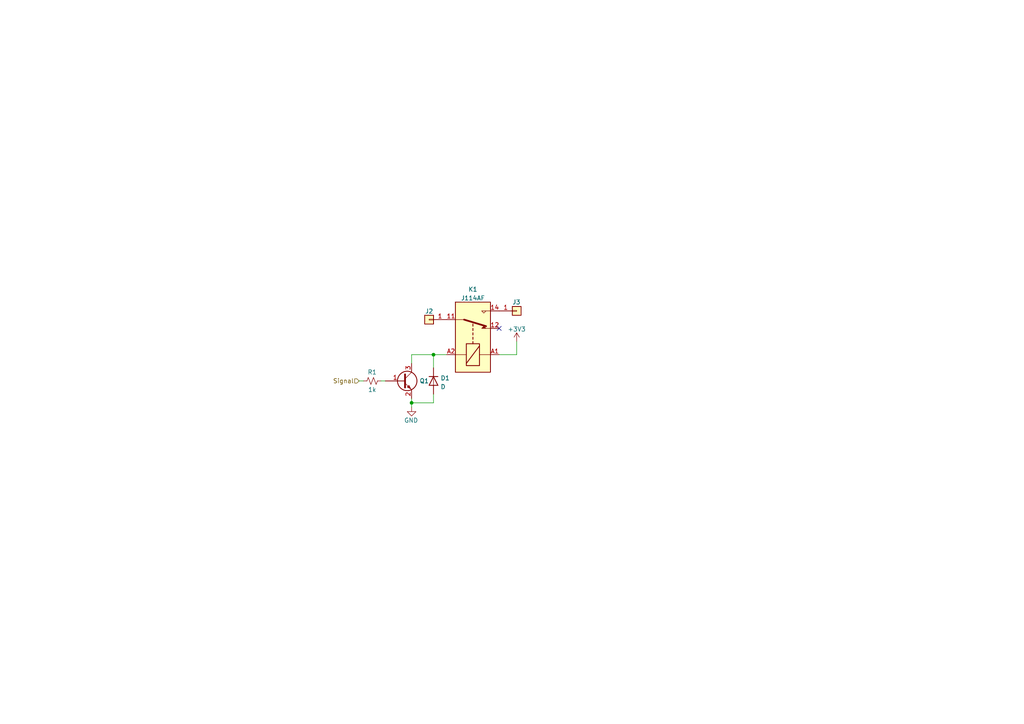
<source format=kicad_sch>
(kicad_sch (version 20211123) (generator eeschema)
  (paper "A4")
  (lib_symbols
    (symbol "Connector_Generic:Conn_01x01" (pin_names (offset 1.016) hide)
      (property "Reference" "J" (at 0 2.54 0))
      (property "Value" "Conn_01x01" (at 0 -2.54 0))
      (symbol "Conn_01x01_1_1"
        (rectangle (start -1.27 0.127) (end 0 -0.127) (stroke (width 0.1524)))
        (rectangle (start -1.27 1.27) (end 1.27 -1.27) (stroke (width 0.254)) (fill (type background)))
        (pin passive line (at -5.08 0 0) (length 3.81) (name "Pin_1") (number "1"))
      )
    )
    (symbol "Device:D" (pin_numbers hide) (pin_names (offset 1.016) hide)
      (property "Reference" "D" (at 0 2.54 0))
      (property "Value" "D" (at 0 -2.54 0))
      (symbol "D_0_1"
        (polyline (pts (xy -1.27 1.27) (xy -1.27 -1.27)) (stroke (width 0.254)))
        (polyline (pts (xy 1.27 0) (xy -1.27 0)))
        (polyline (pts (xy 1.27 1.27) (xy 1.27 -1.27) (xy -1.27 0) (xy 1.27 1.27)) (stroke (width 0.254)))
      )
      (symbol "D_1_1"
        (pin passive line (at -3.81 0 0) (length 2.54) (name "K") (number "1"))
        (pin passive line (at 3.81 0 180) (length 2.54) (name "A") (number "2"))
      )
    )
    (symbol "Device:R_Small_US" (pin_numbers hide) (pin_names (offset 0.254) hide)
      (property "Reference" "R" (at 0.762 0.508 0))
      (property "Value" "R_Small_US" (at 0.762 -1.016 0))
      (symbol "R_Small_US_1_1"
        (polyline (pts (xy 0 0) (xy 1.016 -0.381) (xy 0 -0.762) (xy -1.016 -1.143) (xy 0 -1.524)))
        (polyline (pts (xy 0 1.524) (xy 1.016 1.143) (xy 0 0.762) (xy -1.016 0.381) (xy 0 0)))
        (pin passive line (at 0 2.54 270) (length 1.016) (name "~") (number "1"))
        (pin passive line (at 0 -2.54 90) (length 1.016) (name "~") (number "2"))
      )
    )
    (symbol "Relay:FINDER-32.21-x000"
      (property "Reference" "K" (at 11.43 3.81 0))
      (property "Value" "FINDER-32.21-x000" (at 11.43 1.27 0))
      (symbol "FINDER-32.21-x000_0_0"
        (polyline (pts (xy 2.54 5.08) (xy 2.54 2.54) (xy 3.175 3.175) (xy 2.54 3.81)) (fill (type outline)))
        (polyline (pts (xy 7.62 5.08) (xy 7.62 2.54) (xy 6.985 3.175) (xy 7.62 3.81)))
      )
      (symbol "FINDER-32.21-x000_0_1"
        (rectangle (start -10.16 5.08) (end 10.16 -5.08) (stroke (width 0.254)) (fill (type background)))
        (rectangle (start -8.255 1.905) (end -1.905 -1.905) (stroke (width 0.254)))
        (polyline (pts (xy -7.62 -1.905) (xy -2.54 1.905)) (stroke (width 0.254)))
        (polyline (pts (xy -5.08 -5.08) (xy -5.08 -1.905)))
        (polyline (pts (xy -5.08 5.08) (xy -5.08 1.905)))
        (polyline (pts (xy -1.905 0) (xy -1.27 0)) (stroke (width 0.254)))
        (polyline (pts (xy -0.635 0) (xy 0 0)) (stroke (width 0.254)))
        (polyline (pts (xy 0.635 0) (xy 1.27 0)) (stroke (width 0.254)))
        (polyline (pts (xy 1.905 0) (xy 2.54 0)) (stroke (width 0.254)))
        (polyline (pts (xy 3.175 0) (xy 3.81 0)) (stroke (width 0.254)))
        (polyline (pts (xy 5.08 -2.54) (xy 3.175 3.81)) (stroke (width 0.508)))
        (polyline (pts (xy 5.08 -2.54) (xy 5.08 -5.08)))
      )
      (symbol "FINDER-32.21-x000_1_1"
        (pin passive line (at 5.08 -7.62 90) (length 2.54) (name "~") (number "11"))
        (pin passive line (at 2.54 7.62 270) (length 2.54) (name "~") (number "12"))
        (pin passive line (at 7.62 7.62 270) (length 2.54) (name "~") (number "14"))
        (pin passive line (at -5.08 7.62 270) (length 2.54) (name "~") (number "A1"))
        (pin passive line (at -5.08 -7.62 90) (length 2.54) (name "~") (number "A2"))
      )
    )
    (symbol "TempControl-rescue:Transistor_BJT_2N3055" (pin_names (offset 0) hide)
      (property "Reference" "Q" (at 5.08 1.905 0))
      (property "Value" "Transistor_BJT_2N3055" (at 5.08 0 0))
      (symbol "Transistor_BJT_2N3055_0_1"
        (polyline (pts (xy 0.635 0.635) (xy 2.54 2.54)))
        (polyline (pts (xy 0.635 -0.635) (xy 2.54 -2.54) (xy 2.54 -2.54)))
        (polyline (pts (xy 0.635 1.905) (xy 0.635 -1.905) (xy 0.635 -1.905)) (stroke (width 0.508)))
        (polyline (pts (xy 1.27 -1.778) (xy 1.778 -1.27) (xy 2.286 -2.286) (xy 1.27 -1.778) (xy 1.27 -1.778)) (fill (type outline)))
        (circle (center 1.27 0) (radius 2.8194) (stroke (width 0.254)))
      )
      (symbol "Transistor_BJT_2N3055_1_1"
        (pin input line (at -5.08 0 0) (length 5.715) (name "B") (number "1"))
        (pin passive line (at 2.54 -5.08 90) (length 2.54) (name "E") (number "2"))
        (pin passive line (at 2.54 5.08 270) (length 2.54) (name "C") (number "3"))
      )
    )
    (symbol "TempControl-rescue:power_GND" (power) (pin_names (offset 0))
      (property "Value" "power_GND" (at 0 -3.81 0))
      (symbol "power_GND_0_1"
        (polyline (pts (xy 0 0) (xy 0 -1.27) (xy 1.27 -1.27) (xy 0 -2.54) (xy -1.27 -1.27) (xy 0 -1.27)))
      )
      (symbol "power_GND_1_1"
        (pin power_in line (at 0 0 270) (length 0) hide (name "GND") (number "1"))
      )
    )
    (symbol "power:+3V3" (power) (pin_names (offset 0))
      (property "Value" "+3V3" (at 0 3.556 0))
      (symbol "+3V3_0_1"
        (polyline (pts (xy -0.762 1.27) (xy 0 2.54)))
        (polyline (pts (xy 0 0) (xy 0 2.54)))
        (polyline (pts (xy 0 2.54) (xy 0.762 1.27)))
      )
      (symbol "+3V3_1_1"
        (pin power_in line (at 0 0 90) (length 0) hide (name "+3V3") (number "1"))
      )
    )
  )
  (junction (at 119.38 116.84))
  (junction (at 125.73 102.87))
  (no_connect (at 144.78 95.25))
  (wire (pts (xy 119.38 115.57) (xy 119.38 116.84)))
  (wire (pts (xy 119.38 116.84) (xy 125.73 116.84)))
  (wire (pts (xy 104.14 110.49) (xy 105.41 110.49)))
  (wire (pts (xy 119.38 116.84) (xy 119.38 118.11)))
  (wire (pts (xy 129.54 102.87) (xy 125.73 102.87)))
  (wire (pts (xy 125.73 114.3) (xy 125.73 116.84)))
  (wire (pts (xy 149.86 102.87) (xy 149.86 99.06)))
  (wire (pts (xy 119.38 102.87) (xy 125.73 102.87)))
  (wire (pts (xy 119.38 105.41) (xy 119.38 102.87)))
  (wire (pts (xy 144.78 102.87) (xy 149.86 102.87)))
  (wire (pts (xy 125.73 102.87) (xy 125.73 106.68)))
  (wire (pts (xy 110.49 110.49) (xy 111.76 110.49)))
  (hierarchical_label "Signal" (shape input) (at 104.14 110.49 180))
  (symbol (lib_id "Device:R_Small_US") (at 107.95 110.49 90) (unit 1)
    (property "Reference" "R1" (at 107.95 107.95 90))
    (property "Value" "1k" (at 107.95 113.03 90))
    (property "Footprint" "Resistor_SMD:R_0603_1608Metric" (effects hide))
  )
  (symbol (lib_id "Connector_Generic:Conn_01x01") (at 124.46 92.71 180) (unit 1)
    (property "Reference" "J2" (at 124.46 90.2772 0))
    (property "Value" "Conn_01x01" (effects hide))
    (property "Footprint" "lib:QuickConnect_0.25" (effects hide))
  )
  (symbol (lib_id "Connector_Generic:Conn_01x01") (at 149.86 90.17 0) (unit 1)
    (property "Reference" "J3" (at 148.59 87.63 0) (effects (justify left)))
    (property "Value" "Conn_01x01" (effects hide))
    (property "Footprint" "lib:QuickConnect_0.25" (effects hide))
  )
  (symbol (lib_id "Device:D") (at 125.73 110.49 270) (unit 1)
    (property "Reference" "D1" (at 127.762 109.6553 90) (effects (justify left)))
    (property "Value" "D" (at 127.762 112.1922 90) (effects (justify left)))
    (property "Footprint" "Diode_SMD:D_SMA" (effects hide))
    (property "Datasheet" "https://www.smc-diodes.com/propdf/S1A-S1M%20N0560%20REV.B.pdf" (effects hide))
    (property "Manufacturer" "SMC Diode Solutions" (effects hide))
    (property "Part Number Digikey" "1655-S1MCT-ND" (effects hide))
    (property "Part Number Manufacturer" "S1M" (effects hide))
  )
  (symbol (lib_id "TempControl-rescue:power_GND") (at 119.38 118.11 0) (unit 1)
    (property "Reference" "#PWR04" (effects hide))
    (property "Value" "GND" (at 121.285 121.92 0) (effects (justify right)))
  )
  (symbol (lib_id "Relay:FINDER-32.21-x000") (at 137.16 97.79 270) (mirror x) (unit 1)
    (property "Reference" "K1" (at 137.16 83.9302 90))
    (property "Value" "J114AF" (at 137.16 86.4671 90))
    (property "Footprint" "lib:J114AF1C" (effects hide))
    (property "Datasheet" "https://www.citrelay.com/Catalog%20Pages/RelayCatalog/J114AF.pdf" (effects hide))
    (property "Part Number Digikey" "2449-J114AF1CS3VDC.53-ND" (effects hide))
    (property "Part Number Manufacturer" "J114AF1CS3VDC.53" (effects hide))
    (property "Manufacturer" "CIT Relay and Switch" (effects hide))
  )
  (symbol (lib_id "power:+3V3") (at 149.86 99.06 0) (unit 1)
    (property "Reference" "#PWR05" (effects hide))
    (property "Value" "+3V3" (at 149.86 95.4842 0))
  )
  (symbol (lib_id "TempControl-rescue:Transistor_BJT_2N3055") (at 116.84 110.49 0) (unit 1)
    (property "Reference" "Q1" (at 121.666 110.49 0) (effects (justify left)))
    (property "Value" "NPN" (effects hide))
    (property "Footprint" "Package_TO_SOT_SMD:SOT-23" (effects hide))
    (property "Manufacturer" "onsemi" (effects hide))
    (property "Part Number Digikey" "MMBT6427LT1GOSCT-ND" (effects hide))
    (property "Part Number Manufacturer" "MMBT6427LT1G" (effects hide))
  )
)
</source>
